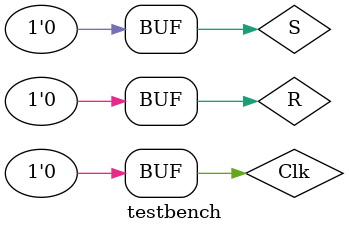
<source format=v>
module LAB_one(input CLOCK_50 ,input [2:0]SW,output [1:0] LEDG);
// This should be the same code from the end of lab last week.
//Instantiate the module with SW[0] as your clock, SW[1] as R, SW[2] as S, and
//LED[0] as Q.
// RS_Latch UNO(CLOCK_50,SW[1:1],SW[2:2],LEDG[0:0]);
testbench one();
endmodule

module RS_Latch (input Clk ,input R,input S,output Q);
wire R_g , S_g , Qa , Qb /* synthesis keep */;
assign R_g = R & Clk;
assign S_g = S & Clk;
assign Qa = ~( R_g | Qb );
assign Qb = ~( S_g | Qa );
assign Q = Qa;
endmodule 


`timescale 10ns / 1ps
 module testbench ();
 reg Clk ;
 reg R;
 reg S;
 wire Q;
 RS_Latch rs1 (Clk ,R,S,Q);
 initial
 begin
	Clk <= 0; R <= 0; S <= 0;
	#1 Clk <= 0; R <= 0; S <= 1;
	#1 Clk <= 1; R <= 0; S <= 1;
	#1 Clk <= 0; R <= 0; S <= 0;
	#1 Clk <= 0; R <= 1; S <= 0;
	#1 Clk <= 1; R <= 1; S <= 0;
	#1 Clk <= 0; R <= 0; S <= 0;
 end
endmodule




</source>
